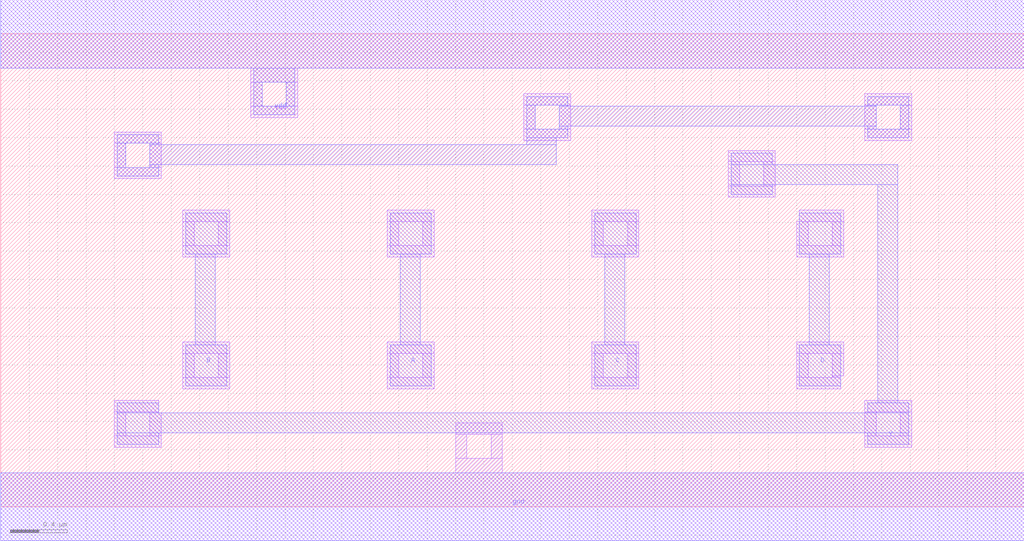
<source format=lef>
VERSION 5.7 ;
  NOWIREEXTENSIONATPIN ON ;
  DIVIDERCHAR "/" ;
  BUSBITCHARS "[]" ;
MACRO AOI22X1
  CLASS CORE ;
  FOREIGN AOI22X1 ;
  ORIGIN 0.000 0.000 ;
  SIZE 7.200 BY 3.330 ;
  SYMMETRY X Y R90 ;
  SITE unit ;
  PIN vdd
    DIRECTION INOUT ;
    USE POWER ;
    SHAPE ABUTMENT ;
    PORT
      LAYER met1 ;
        RECT 0.000 3.090 7.200 3.570 ;
        RECT 1.780 2.990 2.070 3.090 ;
        RECT 1.780 2.820 1.840 2.990 ;
        RECT 2.010 2.820 2.070 2.990 ;
        RECT 1.780 2.760 2.070 2.820 ;
    END
    PORT
      LAYER li1 ;
        RECT 0.000 3.090 7.200 3.570 ;
        RECT 1.760 2.990 2.090 3.090 ;
        RECT 1.760 2.820 1.840 2.990 ;
        RECT 2.010 2.820 2.090 2.990 ;
        RECT 1.760 2.740 2.090 2.820 ;
    END
  END vdd
  PIN gnd
    DIRECTION INOUT ;
    USE GROUND ;
    SHAPE ABUTMENT ;
    PORT
      LAYER met1 ;
        RECT 0.000 -0.240 7.200 0.240 ;
    END
    PORT
      LAYER li1 ;
        RECT 3.200 0.510 3.530 0.590 ;
        RECT 3.200 0.340 3.280 0.510 ;
        RECT 3.450 0.340 3.530 0.510 ;
        RECT 3.200 0.240 3.530 0.340 ;
        RECT 0.000 -0.240 7.200 0.240 ;
    END
  END gnd
  PIN Y
    DIRECTION INOUT ;
    USE SIGNAL ;
    SHAPE ABUTMENT ;
    PORT
      LAYER met1 ;
        RECT 5.140 2.410 5.430 2.490 ;
        RECT 5.140 2.270 6.310 2.410 ;
        RECT 5.140 2.200 5.430 2.270 ;
        RECT 6.170 0.730 6.310 2.270 ;
        RECT 0.820 0.660 1.110 0.730 ;
        RECT 6.100 0.660 6.390 0.730 ;
        RECT 0.820 0.520 6.390 0.660 ;
        RECT 0.820 0.440 1.110 0.520 ;
        RECT 6.100 0.440 6.390 0.520 ;
    END
  END Y
  PIN C
    DIRECTION INOUT ;
    USE SIGNAL ;
    SHAPE ABUTMENT ;
    PORT
      LAYER met1 ;
        RECT 4.180 1.780 4.470 2.070 ;
        RECT 4.250 1.140 4.390 1.780 ;
        RECT 4.180 0.850 4.470 1.140 ;
    END
  END C
  PIN D
    DIRECTION INOUT ;
    USE SIGNAL ;
    SHAPE ABUTMENT ;
    PORT
      LAYER met1 ;
        RECT 5.620 1.780 5.910 2.070 ;
        RECT 5.690 1.140 5.830 1.780 ;
        RECT 5.620 0.850 5.910 1.140 ;
    END
  END D
  PIN A
    DIRECTION INOUT ;
    USE SIGNAL ;
    SHAPE ABUTMENT ;
    PORT
      LAYER met1 ;
        RECT 2.740 1.780 3.030 2.070 ;
        RECT 2.810 1.140 2.950 1.780 ;
        RECT 2.740 0.850 3.030 1.140 ;
    END
  END A
  PIN B
    DIRECTION INOUT ;
    USE SIGNAL ;
    SHAPE ABUTMENT ;
    PORT
      LAYER met1 ;
        RECT 1.300 1.780 1.590 2.070 ;
        RECT 1.370 1.140 1.510 1.780 ;
        RECT 1.300 0.850 1.590 1.140 ;
    END
  END B
  OBS
      LAYER li1 ;
        RECT 3.680 2.830 4.010 2.910 ;
        RECT 3.680 2.660 3.760 2.830 ;
        RECT 3.930 2.660 4.010 2.830 ;
        RECT 0.800 2.560 1.130 2.640 ;
        RECT 3.680 2.580 4.010 2.660 ;
        RECT 6.080 2.830 6.410 2.910 ;
        RECT 6.080 2.660 6.160 2.830 ;
        RECT 6.330 2.660 6.410 2.830 ;
        RECT 6.080 2.580 6.410 2.660 ;
        RECT 0.800 2.390 0.880 2.560 ;
        RECT 1.050 2.390 1.130 2.560 ;
        RECT 0.800 2.310 1.130 2.390 ;
        RECT 5.120 2.430 5.450 2.510 ;
        RECT 5.120 2.260 5.200 2.430 ;
        RECT 5.370 2.260 5.450 2.430 ;
        RECT 5.120 2.180 5.450 2.260 ;
        RECT 1.280 2.010 1.610 2.090 ;
        RECT 1.280 1.840 1.360 2.010 ;
        RECT 1.530 1.840 1.610 2.010 ;
        RECT 1.280 1.760 1.610 1.840 ;
        RECT 2.720 2.010 3.050 2.090 ;
        RECT 2.720 1.840 2.800 2.010 ;
        RECT 2.970 1.840 3.050 2.010 ;
        RECT 2.720 1.760 3.050 1.840 ;
        RECT 4.160 2.010 4.490 2.090 ;
        RECT 5.620 2.010 5.930 2.090 ;
        RECT 4.160 1.840 4.240 2.010 ;
        RECT 4.410 1.840 4.490 2.010 ;
        RECT 4.160 1.760 4.490 1.840 ;
        RECT 5.600 1.840 5.680 2.010 ;
        RECT 5.850 1.840 5.930 2.010 ;
        RECT 5.600 1.760 5.930 1.840 ;
        RECT 1.280 1.080 1.610 1.160 ;
        RECT 1.280 0.910 1.360 1.080 ;
        RECT 1.530 0.910 1.610 1.080 ;
        RECT 1.280 0.830 1.610 0.910 ;
        RECT 2.720 1.080 3.050 1.160 ;
        RECT 2.720 0.910 2.800 1.080 ;
        RECT 2.970 0.910 3.050 1.080 ;
        RECT 2.720 0.830 3.050 0.910 ;
        RECT 4.160 1.080 4.490 1.160 ;
        RECT 4.160 0.910 4.240 1.080 ;
        RECT 4.410 0.910 4.490 1.080 ;
        RECT 4.160 0.830 4.490 0.910 ;
        RECT 5.600 1.080 5.930 1.160 ;
        RECT 5.600 0.910 5.680 1.080 ;
        RECT 5.850 0.920 5.930 1.080 ;
        RECT 5.850 0.910 5.910 0.920 ;
        RECT 5.600 0.830 5.910 0.910 ;
        RECT 0.800 0.670 1.110 0.750 ;
        RECT 0.800 0.500 0.880 0.670 ;
        RECT 1.050 0.660 1.110 0.670 ;
        RECT 6.080 0.670 6.410 0.750 ;
        RECT 1.050 0.500 1.130 0.660 ;
        RECT 0.800 0.420 1.130 0.500 ;
        RECT 6.080 0.500 6.160 0.670 ;
        RECT 6.330 0.500 6.410 0.670 ;
        RECT 6.080 0.420 6.410 0.500 ;
      LAYER met1 ;
        RECT 3.700 2.830 3.990 2.890 ;
        RECT 3.700 2.660 3.760 2.830 ;
        RECT 3.930 2.820 3.990 2.830 ;
        RECT 6.100 2.830 6.390 2.890 ;
        RECT 6.100 2.820 6.160 2.830 ;
        RECT 3.930 2.680 6.160 2.820 ;
        RECT 3.930 2.660 3.990 2.680 ;
        RECT 0.820 2.560 1.110 2.620 ;
        RECT 0.820 2.390 0.880 2.560 ;
        RECT 1.050 2.550 1.110 2.560 ;
        RECT 3.700 2.600 3.990 2.660 ;
        RECT 6.100 2.660 6.160 2.680 ;
        RECT 6.330 2.660 6.390 2.830 ;
        RECT 6.100 2.600 6.390 2.660 ;
        RECT 3.700 2.550 3.910 2.600 ;
        RECT 1.050 2.410 3.910 2.550 ;
        RECT 1.050 2.390 1.110 2.410 ;
        RECT 0.820 2.330 1.110 2.390 ;
  END
END AOI22X1
END LIBRARY


</source>
